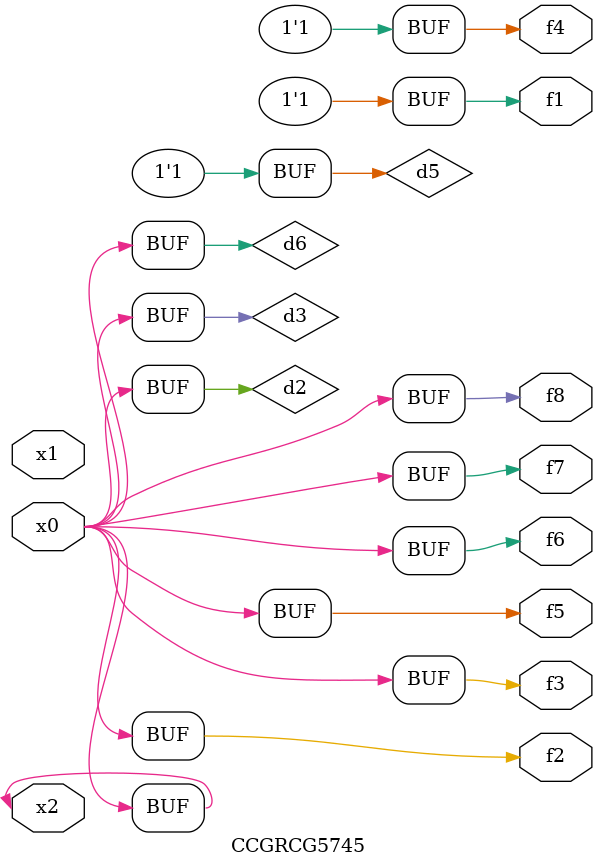
<source format=v>
module CCGRCG5745(
	input x0, x1, x2,
	output f1, f2, f3, f4, f5, f6, f7, f8
);

	wire d1, d2, d3, d4, d5, d6;

	xnor (d1, x2);
	buf (d2, x0, x2);
	and (d3, x0);
	xnor (d4, x1, x2);
	nand (d5, d1, d3);
	buf (d6, d2, d3);
	assign f1 = d5;
	assign f2 = d6;
	assign f3 = d6;
	assign f4 = d5;
	assign f5 = d6;
	assign f6 = d6;
	assign f7 = d6;
	assign f8 = d6;
endmodule

</source>
